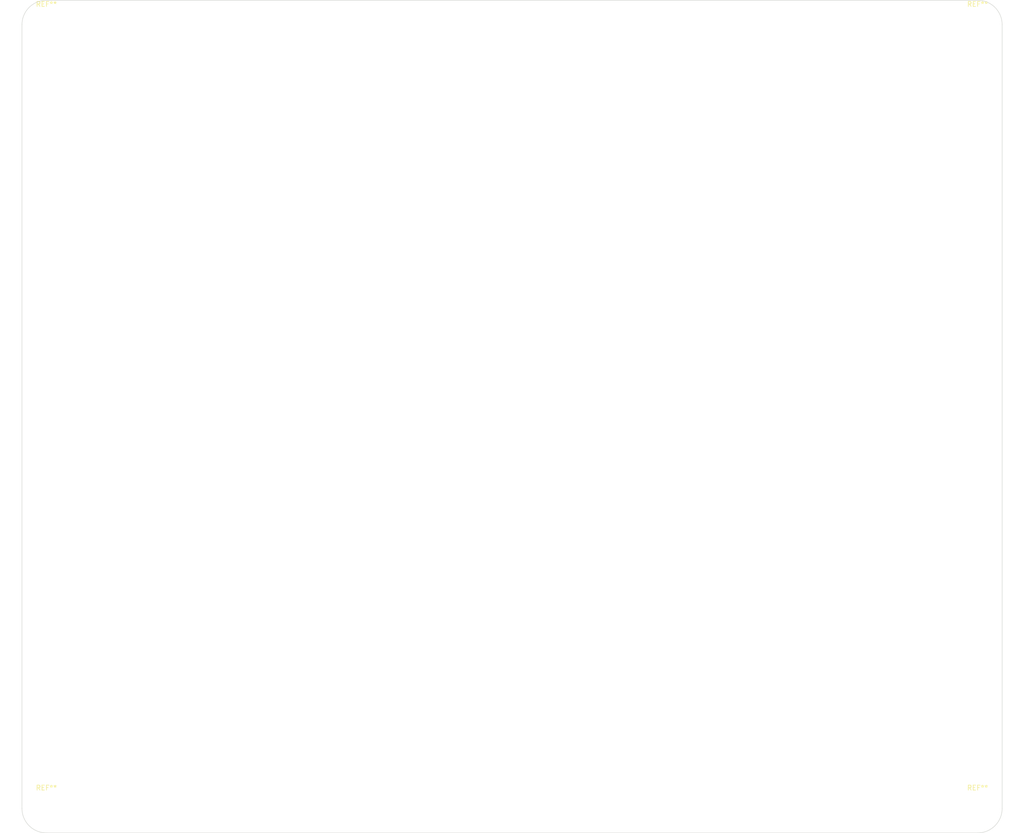
<source format=kicad_pcb>
(kicad_pcb (version 20171130) (host pcbnew 5.1.5+dfsg1-2build2)

  (general
    (thickness 1.6)
    (drawings 72)
    (tracks 0)
    (zones 0)
    (modules 22)
    (nets 1)
  )

  (page A3)
  (title_block
    (title "Democratic Sendcomm")
    (date 2020-12-26)
    (rev 0.9.2)
    (company "Europalab Devices")
    (comment 1 "Copyright © 2020, Europalab Devices")
    (comment 2 "Fulfilling requirements of 20200210")
    (comment 3 "Pending quality assurance testing")
    (comment 4 "Release revision for manufacturing")
  )

  (layers
    (0 F.Cu signal)
    (1 In1.Cu power)
    (2 In2.Cu power)
    (31 B.Cu signal)
    (34 B.Paste user)
    (35 F.Paste user)
    (36 B.SilkS user)
    (37 F.SilkS user)
    (38 B.Mask user)
    (39 F.Mask user)
    (40 Dwgs.User user)
    (41 Cmts.User user)
    (44 Edge.Cuts user)
    (45 Margin user)
    (46 B.CrtYd user)
    (47 F.CrtYd user)
    (48 B.Fab user)
    (49 F.Fab user)
  )

  (setup
    (last_trace_width 0.09)
    (user_trace_width 0.1016)
    (user_trace_width 0.127)
    (user_trace_width 0.2)
    (user_trace_width 0.1016)
    (user_trace_width 0.127)
    (user_trace_width 0.2)
    (user_trace_width 0.1016)
    (user_trace_width 0.127)
    (user_trace_width 0.2)
    (user_trace_width 0.1016)
    (user_trace_width 0.127)
    (user_trace_width 0.2)
    (user_trace_width 0.1016)
    (user_trace_width 0.127)
    (user_trace_width 0.2)
    (user_trace_width 0.1016)
    (user_trace_width 0.127)
    (user_trace_width 0.2)
    (user_trace_width 0.1016)
    (user_trace_width 0.127)
    (user_trace_width 0.2)
    (user_trace_width 0.1016)
    (user_trace_width 0.127)
    (user_trace_width 0.2)
    (user_trace_width 0.1016)
    (user_trace_width 0.127)
    (user_trace_width 0.2)
    (user_trace_width 0.1016)
    (user_trace_width 0.127)
    (user_trace_width 0.2)
    (user_trace_width 0.1016)
    (user_trace_width 0.127)
    (user_trace_width 0.2)
    (user_trace_width 0.1016)
    (user_trace_width 0.127)
    (user_trace_width 0.2)
    (user_trace_width 0.1016)
    (user_trace_width 0.127)
    (user_trace_width 0.2)
    (user_trace_width 0.1016)
    (user_trace_width 0.127)
    (user_trace_width 0.2)
    (user_trace_width 0.1016)
    (user_trace_width 0.127)
    (user_trace_width 0.2)
    (user_trace_width 0.1016)
    (user_trace_width 0.127)
    (user_trace_width 0.2)
    (user_trace_width 0.1016)
    (user_trace_width 0.127)
    (user_trace_width 0.2)
    (user_trace_width 0.1016)
    (user_trace_width 0.127)
    (user_trace_width 0.2)
    (user_trace_width 0.1016)
    (user_trace_width 0.127)
    (user_trace_width 0.2)
    (user_trace_width 0.1016)
    (user_trace_width 0.127)
    (user_trace_width 0.2)
    (user_trace_width 0.1016)
    (user_trace_width 0.127)
    (user_trace_width 0.2)
    (user_trace_width 0.1016)
    (user_trace_width 0.127)
    (user_trace_width 0.2)
    (user_trace_width 0.1016)
    (user_trace_width 0.127)
    (user_trace_width 0.2)
    (user_trace_width 0.1016)
    (user_trace_width 0.127)
    (user_trace_width 0.2)
    (user_trace_width 0.1016)
    (user_trace_width 0.127)
    (user_trace_width 0.2)
    (user_trace_width 0.1016)
    (user_trace_width 0.127)
    (user_trace_width 0.2)
    (trace_clearance 0.09)
    (zone_clearance 0.508)
    (zone_45_only no)
    (trace_min 0.09)
    (via_size 0.356)
    (via_drill 0.2)
    (via_min_size 0.356)
    (via_min_drill 0.2)
    (user_via 0.45 0.2)
    (user_via 0.6 0.3)
    (user_via 0.45 0.2)
    (user_via 0.6 0.3)
    (user_via 0.45 0.2)
    (user_via 0.6 0.3)
    (user_via 0.45 0.2)
    (user_via 0.6 0.3)
    (user_via 0.45 0.2)
    (user_via 0.6 0.3)
    (user_via 0.45 0.2)
    (user_via 0.6 0.3)
    (user_via 0.45 0.2)
    (user_via 0.6 0.3)
    (user_via 0.45 0.2)
    (user_via 0.6 0.3)
    (user_via 0.45 0.2)
    (user_via 0.6 0.3)
    (user_via 0.45 0.2)
    (user_via 0.6 0.3)
    (user_via 0.45 0.2)
    (user_via 0.6 0.3)
    (user_via 0.45 0.2)
    (user_via 0.6 0.3)
    (user_via 0.45 0.2)
    (user_via 0.6 0.3)
    (user_via 0.45 0.2)
    (user_via 0.6 0.3)
    (user_via 0.45 0.2)
    (user_via 0.6 0.3)
    (user_via 0.45 0.2)
    (user_via 0.6 0.3)
    (user_via 0.45 0.2)
    (user_via 0.6 0.3)
    (user_via 0.45 0.2)
    (user_via 0.6 0.3)
    (user_via 0.45 0.2)
    (user_via 0.6 0.3)
    (user_via 0.45 0.2)
    (user_via 0.6 0.3)
    (user_via 0.45 0.2)
    (user_via 0.6 0.3)
    (user_via 0.45 0.2)
    (user_via 0.6 0.3)
    (user_via 0.45 0.2)
    (user_via 0.6 0.3)
    (user_via 0.45 0.2)
    (user_via 0.6 0.3)
    (user_via 0.45 0.2)
    (user_via 0.6 0.3)
    (user_via 0.45 0.2)
    (user_via 0.6 0.3)
    (uvia_size 0.45)
    (uvia_drill 0.1)
    (uvias_allowed no)
    (uvia_min_size 0.45)
    (uvia_min_drill 0.1)
    (edge_width 0.1)
    (segment_width 0.1)
    (pcb_text_width 0.25)
    (pcb_text_size 1 1)
    (mod_edge_width 0.15)
    (mod_text_size 1 1)
    (mod_text_width 0.15)
    (pad_size 1.95 0.6)
    (pad_drill 0)
    (pad_to_mask_clearance 0)
    (aux_axis_origin 0 0)
    (visible_elements 7FFFF7FF)
    (pcbplotparams
      (layerselection 0x313fc_ffffffff)
      (usegerberextensions true)
      (usegerberattributes false)
      (usegerberadvancedattributes false)
      (creategerberjobfile false)
      (excludeedgelayer true)
      (linewidth 0.150000)
      (plotframeref false)
      (viasonmask false)
      (mode 1)
      (useauxorigin false)
      (hpglpennumber 1)
      (hpglpenspeed 20)
      (hpglpendiameter 15.000000)
      (psnegative false)
      (psa4output false)
      (plotreference true)
      (plotvalue true)
      (plotinvisibletext false)
      (padsonsilk false)
      (subtractmaskfromsilk false)
      (outputformat 1)
      (mirror false)
      (drillshape 0)
      (scaleselection 1)
      (outputdirectory "fabpanel"))
  )

  (net 0 "")

  (net_class Default "This is the default net class."
    (clearance 0.09)
    (trace_width 0.09)
    (via_dia 0.356)
    (via_drill 0.2)
    (uvia_dia 0.45)
    (uvia_drill 0.1)
  )

  (net_class Power ""
    (clearance 0.2)
    (trace_width 0.5)
    (via_dia 1)
    (via_drill 0.7)
    (uvia_dia 0.5)
    (uvia_drill 0.1)
  )

  (module MountingHole:MountingHole_3.2mm_M3 (layer F.Cu) (tedit 56D1B4CB) (tstamp 5FF2D58D)
    (at 295 55)
    (descr "Mounting Hole 3.2mm, no annular, M3")
    (tags "mounting hole 3.2mm no annular m3")
    (attr virtual)
    (fp_text reference REF** (at 0 -4.2) (layer F.SilkS)
      (effects (font (size 1 1) (thickness 0.15)))
    )
    (fp_text value MountingHole_3.2mm_M3 (at 0 4.2) (layer F.Fab)
      (effects (font (size 1 1) (thickness 0.15)))
    )
    (fp_circle (center 0 0) (end 3.45 0) (layer F.CrtYd) (width 0.05))
    (fp_circle (center 0 0) (end 3.2 0) (layer Cmts.User) (width 0.15))
    (fp_text user %R (at 0.3 0) (layer F.Fab)
      (effects (font (size 1 1) (thickness 0.15)))
    )
    (pad 1 np_thru_hole circle (at 0 0) (size 3.2 3.2) (drill 3.2) (layers *.Cu *.Mask))
  )

  (module MountingHole:MountingHole_3.2mm_M3 (layer F.Cu) (tedit 56D1B4CB) (tstamp 5FF2D577)
    (at 295 215)
    (descr "Mounting Hole 3.2mm, no annular, M3")
    (tags "mounting hole 3.2mm no annular m3")
    (attr virtual)
    (fp_text reference REF** (at 0 -4.2) (layer F.SilkS)
      (effects (font (size 1 1) (thickness 0.15)))
    )
    (fp_text value MountingHole_3.2mm_M3 (at 0 4.2) (layer F.Fab)
      (effects (font (size 1 1) (thickness 0.15)))
    )
    (fp_circle (center 0 0) (end 3.45 0) (layer F.CrtYd) (width 0.05))
    (fp_circle (center 0 0) (end 3.2 0) (layer Cmts.User) (width 0.15))
    (fp_text user %R (at 0.3 0) (layer F.Fab)
      (effects (font (size 1 1) (thickness 0.15)))
    )
    (pad 1 np_thru_hole circle (at 0 0) (size 3.2 3.2) (drill 3.2) (layers *.Cu *.Mask))
  )

  (module MountingHole:MountingHole_3.2mm_M3 (layer F.Cu) (tedit 56D1B4CB) (tstamp 5FF2D561)
    (at 105 215)
    (descr "Mounting Hole 3.2mm, no annular, M3")
    (tags "mounting hole 3.2mm no annular m3")
    (attr virtual)
    (fp_text reference REF** (at 0 -4.2) (layer F.SilkS)
      (effects (font (size 1 1) (thickness 0.15)))
    )
    (fp_text value MountingHole_3.2mm_M3 (at 0 4.2) (layer F.Fab)
      (effects (font (size 1 1) (thickness 0.15)))
    )
    (fp_circle (center 0 0) (end 3.45 0) (layer F.CrtYd) (width 0.05))
    (fp_circle (center 0 0) (end 3.2 0) (layer Cmts.User) (width 0.15))
    (fp_text user %R (at 0.3 0) (layer F.Fab)
      (effects (font (size 1 1) (thickness 0.15)))
    )
    (pad 1 np_thru_hole circle (at 0 0) (size 3.2 3.2) (drill 3.2) (layers *.Cu *.Mask))
  )

  (module MountingHole:MountingHole_3.2mm_M3 (layer F.Cu) (tedit 56D1B4CB) (tstamp 5FF2D54B)
    (at 105 55)
    (descr "Mounting Hole 3.2mm, no annular, M3")
    (tags "mounting hole 3.2mm no annular m3")
    (attr virtual)
    (fp_text reference REF** (at 0 -4.2) (layer F.SilkS)
      (effects (font (size 1 1) (thickness 0.15)))
    )
    (fp_text value MountingHole_3.2mm_M3 (at 0 4.2) (layer F.Fab)
      (effects (font (size 1 1) (thickness 0.15)))
    )
    (fp_circle (center 0 0) (end 3.45 0) (layer F.CrtYd) (width 0.05))
    (fp_circle (center 0 0) (end 3.2 0) (layer Cmts.User) (width 0.15))
    (fp_text user %R (at 0.3 0) (layer F.Fab)
      (effects (font (size 1 1) (thickness 0.15)))
    )
    (pad 1 np_thru_hole circle (at 0 0) (size 3.2 3.2) (drill 3.2) (layers *.Cu *.Mask))
  )

  (module Elabdev:MountingHole_1.1mm (layer F.Cu) (tedit 5B924765) (tstamp 5FBCCC1A)
    (at 262 140.5)
    (descr "Mounting Hole 1.1mm, no annular")
    (tags "mounting hole 1.1mm no annular")
    (attr virtual)
    (fp_text reference REF** (at 0 -3.2) (layer F.SilkS) hide
      (effects (font (size 1 1) (thickness 0.15)))
    )
    (fp_text value MountingHole_1.1mm (at 0 3.2) (layer F.Fab)
      (effects (font (size 1 1) (thickness 0.15)))
    )
    (fp_text user %R (at 0.3 0) (layer F.Fab)
      (effects (font (size 1 1) (thickness 0.15)))
    )
    (fp_circle (center 0 0) (end 1.1 0) (layer Cmts.User) (width 0.15))
    (fp_circle (center 0 0) (end 1.35 0) (layer F.CrtYd) (width 0.05))
    (pad "" np_thru_hole circle (at 0 0) (size 1.1 1.1) (drill 1.1) (layers *.Cu *.Mask))
  )

  (module Elabdev:MountingHole_1.1mm (layer F.Cu) (tedit 5B924765) (tstamp 5FBCCBFC)
    (at 138 129.5)
    (descr "Mounting Hole 1.1mm, no annular")
    (tags "mounting hole 1.1mm no annular")
    (attr virtual)
    (fp_text reference REF** (at 0 -3.2) (layer F.SilkS) hide
      (effects (font (size 1 1) (thickness 0.15)))
    )
    (fp_text value MountingHole_1.1mm (at 0 3.2) (layer F.Fab)
      (effects (font (size 1 1) (thickness 0.15)))
    )
    (fp_text user %R (at 0.3 0) (layer F.Fab)
      (effects (font (size 1 1) (thickness 0.15)))
    )
    (fp_circle (center 0 0) (end 1.1 0) (layer Cmts.User) (width 0.15))
    (fp_circle (center 0 0) (end 1.35 0) (layer F.CrtYd) (width 0.05))
    (pad "" np_thru_hole circle (at 0 0) (size 1.1 1.1) (drill 1.1) (layers *.Cu *.Mask))
  )

  (module Elabdev:MountingHole_1.6mm (layer F.Cu) (tedit 5B924765) (tstamp 5FBCCBDE)
    (at 262 187)
    (descr "Mounting Hole 1.6mm, no annular")
    (tags "mounting hole 1.6mm no annular")
    (attr virtual)
    (fp_text reference REF** (at 0 -3.2) (layer F.SilkS) hide
      (effects (font (size 1 1) (thickness 0.15)))
    )
    (fp_text value MountingHole_1.6mm (at 0 3.2) (layer F.Fab)
      (effects (font (size 1 1) (thickness 0.15)))
    )
    (fp_text user %R (at 0.3 0) (layer F.Fab)
      (effects (font (size 1 1) (thickness 0.15)))
    )
    (fp_circle (center 0 0) (end 1.6 0) (layer Cmts.User) (width 0.15))
    (fp_circle (center 0 0) (end 1.85 0) (layer F.CrtYd) (width 0.05))
    (pad "" np_thru_hole circle (at 0 0) (size 1.6 1.6) (drill 1.6) (layers *.Cu *.Mask))
  )

  (module Elabdev:MountingHole_1.6mm (layer F.Cu) (tedit 5B924765) (tstamp 5FBCCBC8)
    (at 262 125.5)
    (descr "Mounting Hole 1.6mm, no annular")
    (tags "mounting hole 1.6mm no annular")
    (attr virtual)
    (fp_text reference REF** (at 0 -3.2) (layer F.SilkS) hide
      (effects (font (size 1 1) (thickness 0.15)))
    )
    (fp_text value MountingHole_1.6mm (at 0 3.2) (layer F.Fab)
      (effects (font (size 1 1) (thickness 0.15)))
    )
    (fp_text user %R (at 0.3 0) (layer F.Fab)
      (effects (font (size 1 1) (thickness 0.15)))
    )
    (fp_circle (center 0 0) (end 1.6 0) (layer Cmts.User) (width 0.15))
    (fp_circle (center 0 0) (end 1.85 0) (layer F.CrtYd) (width 0.05))
    (pad "" np_thru_hole circle (at 0 0) (size 1.6 1.6) (drill 1.6) (layers *.Cu *.Mask))
  )

  (module Elabdev:MountingHole_1.6mm (layer F.Cu) (tedit 5B924765) (tstamp 5FBCBB7E)
    (at 138 187)
    (descr "Mounting Hole 1.6mm, no annular")
    (tags "mounting hole 1.6mm no annular")
    (attr virtual)
    (fp_text reference REF** (at 0 -3.2) (layer F.SilkS) hide
      (effects (font (size 1 1) (thickness 0.15)))
    )
    (fp_text value MountingHole_1.6mm (at 0 3.2) (layer F.Fab)
      (effects (font (size 1 1) (thickness 0.15)))
    )
    (fp_circle (center 0 0) (end 1.85 0) (layer F.CrtYd) (width 0.05))
    (fp_circle (center 0 0) (end 1.6 0) (layer Cmts.User) (width 0.15))
    (fp_text user %R (at 0.3 0) (layer F.Fab)
      (effects (font (size 1 1) (thickness 0.15)))
    )
    (pad "" np_thru_hole circle (at 0 0) (size 1.6 1.6) (drill 1.6) (layers *.Cu *.Mask))
  )

  (module Elabdev:MountingHole_1.6mm (layer F.Cu) (tedit 5B924765) (tstamp 5FBCBB70)
    (at 138 144.5)
    (descr "Mounting Hole 1.6mm, no annular")
    (tags "mounting hole 1.6mm no annular")
    (attr virtual)
    (fp_text reference REF** (at 0 -3.2) (layer F.SilkS) hide
      (effects (font (size 1 1) (thickness 0.15)))
    )
    (fp_text value MountingHole_1.6mm (at 0 3.2) (layer F.Fab)
      (effects (font (size 1 1) (thickness 0.15)))
    )
    (fp_text user %R (at 0.3 0) (layer F.Fab)
      (effects (font (size 1 1) (thickness 0.15)))
    )
    (fp_circle (center 0 0) (end 1.6 0) (layer Cmts.User) (width 0.15))
    (fp_circle (center 0 0) (end 1.85 0) (layer F.CrtYd) (width 0.05))
    (pad "" np_thru_hole circle (at 0 0) (size 1.6 1.6) (drill 1.6) (layers *.Cu *.Mask))
  )

  (module Elabdev:MountingHole_1.6mm (layer F.Cu) (tedit 5B924765) (tstamp 5FBCBB5A)
    (at 262 83)
    (descr "Mounting Hole 1.6mm, no annular")
    (tags "mounting hole 1.6mm no annular")
    (attr virtual)
    (fp_text reference REF** (at 0 -3.2) (layer F.SilkS) hide
      (effects (font (size 1 1) (thickness 0.15)))
    )
    (fp_text value MountingHole_1.6mm (at 0 3.2) (layer F.Fab)
      (effects (font (size 1 1) (thickness 0.15)))
    )
    (fp_text user %R (at 0.3 0) (layer F.Fab)
      (effects (font (size 1 1) (thickness 0.15)))
    )
    (fp_circle (center 0 0) (end 1.6 0) (layer Cmts.User) (width 0.15))
    (fp_circle (center 0 0) (end 1.85 0) (layer F.CrtYd) (width 0.05))
    (pad "" np_thru_hole circle (at 0 0) (size 1.6 1.6) (drill 1.6) (layers *.Cu *.Mask))
  )

  (module Elabdev:MountingHole_1.1mm (layer F.Cu) (tedit 5B924765) (tstamp 5FBCBB0E)
    (at 262 79)
    (descr "Mounting Hole 1.1mm, no annular")
    (tags "mounting hole 1.1mm no annular")
    (attr virtual)
    (fp_text reference REF** (at 0 -3.2) (layer F.SilkS) hide
      (effects (font (size 1 1) (thickness 0.15)))
    )
    (fp_text value MountingHole_1.1mm (at 0 3.2) (layer F.Fab)
      (effects (font (size 1 1) (thickness 0.15)))
    )
    (fp_circle (center 0 0) (end 1.35 0) (layer F.CrtYd) (width 0.05))
    (fp_circle (center 0 0) (end 1.1 0) (layer Cmts.User) (width 0.15))
    (fp_text user %R (at 0.3 0) (layer F.Fab)
      (effects (font (size 1 1) (thickness 0.15)))
    )
    (pad "" np_thru_hole circle (at 0 0) (size 1.1 1.1) (drill 1.1) (layers *.Cu *.Mask))
  )

  (module Elabdev:MountingHole_1.1mm (layer F.Cu) (tedit 5B924765) (tstamp 5FBCBAE8)
    (at 262 191)
    (descr "Mounting Hole 1.1mm, no annular")
    (tags "mounting hole 1.1mm no annular")
    (attr virtual)
    (fp_text reference REF** (at 0 -3.2) (layer F.SilkS) hide
      (effects (font (size 1 1) (thickness 0.15)))
    )
    (fp_text value MountingHole_1.1mm (at 0 3.2) (layer F.Fab)
      (effects (font (size 1 1) (thickness 0.15)))
    )
    (fp_text user %R (at 0.3 0) (layer F.Fab)
      (effects (font (size 1 1) (thickness 0.15)))
    )
    (fp_circle (center 0 0) (end 1.1 0) (layer Cmts.User) (width 0.15))
    (fp_circle (center 0 0) (end 1.35 0) (layer F.CrtYd) (width 0.05))
    (pad "" np_thru_hole circle (at 0 0) (size 1.1 1.1) (drill 1.1) (layers *.Cu *.Mask))
  )

  (module Elabdev:MountingHole_1.1mm (layer F.Cu) (tedit 5B924765) (tstamp 5FBCBABE)
    (at 138 191)
    (descr "Mounting Hole 1.1mm, no annular")
    (tags "mounting hole 1.1mm no annular")
    (attr virtual)
    (fp_text reference REF** (at 0 -3.2) (layer F.SilkS) hide
      (effects (font (size 1 1) (thickness 0.15)))
    )
    (fp_text value MountingHole_1.1mm (at 0 3.2) (layer F.Fab)
      (effects (font (size 1 1) (thickness 0.15)))
    )
    (fp_text user %R (at 0.3 0) (layer F.Fab)
      (effects (font (size 1 1) (thickness 0.15)))
    )
    (fp_circle (center 0 0) (end 1.1 0) (layer Cmts.User) (width 0.15))
    (fp_circle (center 0 0) (end 1.35 0) (layer F.CrtYd) (width 0.05))
    (pad "" np_thru_hole circle (at 0 0) (size 1.1 1.1) (drill 1.1) (layers *.Cu *.Mask))
  )

  (module Elabdev:MountingHole_1.6mm (layer F.Cu) (tedit 5B924765) (tstamp 5FBCBA53)
    (at 138 83)
    (descr "Mounting Hole 1.6mm, no annular")
    (tags "mounting hole 1.6mm no annular")
    (attr virtual)
    (fp_text reference REF** (at 0 -3.2) (layer F.SilkS) hide
      (effects (font (size 1 1) (thickness 0.15)))
    )
    (fp_text value MountingHole_1.6mm (at 0 3.2) (layer F.Fab)
      (effects (font (size 1 1) (thickness 0.15)))
    )
    (fp_circle (center 0 0) (end 1.85 0) (layer F.CrtYd) (width 0.05))
    (fp_circle (center 0 0) (end 1.6 0) (layer Cmts.User) (width 0.15))
    (fp_text user %R (at 0.3 0) (layer F.Fab)
      (effects (font (size 1 1) (thickness 0.15)))
    )
    (pad "" np_thru_hole circle (at 0 0) (size 1.6 1.6) (drill 1.6) (layers *.Cu *.Mask))
  )

  (module Elabdev:MountingHole_1.1mm (layer F.Cu) (tedit 5B924765) (tstamp 5FE8F1F7)
    (at 138 79)
    (descr "Mounting Hole 1.1mm, no annular")
    (tags "mounting hole 1.1mm no annular")
    (attr virtual)
    (fp_text reference REF** (at 0 -3.2) (layer F.SilkS) hide
      (effects (font (size 1 1) (thickness 0.15)))
    )
    (fp_text value MountingHole_1.1mm (at 0 3.2) (layer F.Fab)
      (effects (font (size 1 1) (thickness 0.15)))
    )
    (fp_circle (center 0 0) (end 1.35 0) (layer F.CrtYd) (width 0.05))
    (fp_circle (center 0 0) (end 1.1 0) (layer Cmts.User) (width 0.15))
    (fp_text user %R (at 0.3 0) (layer F.Fab)
      (effects (font (size 1 1) (thickness 0.15)))
    )
    (pad "" np_thru_hole circle (at 0 0) (size 1.1 1.1) (drill 1.1) (layers *.Cu *.Mask))
  )

  (module Mounting_Holes:MountingHole_2.5mm (layer F.Cu) (tedit 5D1E62F3) (tstamp 5FBB8A27)
    (at 138 75)
    (descr "Mounting Hole 2.5mm, no annular")
    (tags "mounting hole 2.5mm no annular")
    (fp_text reference SH1 (at 0 -3.5) (layer F.SilkS) hide
      (effects (font (size 1 1) (thickness 0.15)))
    )
    (fp_text value MountingHole_2.5mm (at 0 3.5) (layer F.Fab)
      (effects (font (size 1 1) (thickness 0.15)))
    )
    (fp_circle (center 0 0) (end 2.5 0) (layer Cmts.User) (width 0.15))
    (fp_circle (center 0 0) (end 2.75 0) (layer F.CrtYd) (width 0.05))
    (pad "" np_thru_hole circle (at 0 0) (size 2.55 2.55) (drill 2.55) (layers *.Cu *.Paste *.Mask))
  )

  (module Mounting_Holes:MountingHole_2.5mm (layer F.Cu) (tedit 5D1E6313) (tstamp 5FBB8A21)
    (at 138 195)
    (descr "Mounting Hole 2.5mm, no annular")
    (tags "mounting hole 2.5mm no annular")
    (fp_text reference SH2 (at 0 -3.5) (layer F.SilkS) hide
      (effects (font (size 1 1) (thickness 0.15)))
    )
    (fp_text value MountingHole_2.5mm (at 0 3.5) (layer F.Fab)
      (effects (font (size 1 1) (thickness 0.15)))
    )
    (fp_circle (center 0 0) (end 2.75 0) (layer F.CrtYd) (width 0.05))
    (fp_circle (center 0 0) (end 2.5 0) (layer Cmts.User) (width 0.15))
    (pad "" np_thru_hole circle (at 0 0) (size 2.55 2.55) (drill 2.55) (layers *.Cu *.Paste *.Mask))
  )

  (module Mounting_Holes:MountingHole_2.5mm (layer F.Cu) (tedit 5D1E630C) (tstamp 5FBB8A1B)
    (at 138 140)
    (descr "Mounting Hole 2.5mm, no annular")
    (tags "mounting hole 2.5mm no annular")
    (fp_text reference SH5 (at 0 -3.5) (layer F.SilkS) hide
      (effects (font (size 1 1) (thickness 0.15)))
    )
    (fp_text value MountingHole_2.5mm (at 0 3.5) (layer F.Fab)
      (effects (font (size 1 1) (thickness 0.15)))
    )
    (fp_circle (center 0 0) (end 2.75 0) (layer F.CrtYd) (width 0.05))
    (fp_circle (center 0 0) (end 2.5 0) (layer Cmts.User) (width 0.15))
    (pad "" np_thru_hole circle (at 0 0) (size 2.55 2.55) (drill 2.55) (layers *.Cu *.Paste *.Mask))
  )

  (module Mounting_Holes:MountingHole_2.5mm (layer F.Cu) (tedit 5D1E631D) (tstamp 5FBB8A15)
    (at 262 195)
    (descr "Mounting Hole 2.5mm, no annular")
    (tags "mounting hole 2.5mm no annular")
    (fp_text reference SH4 (at 0 -3.5) (layer F.SilkS) hide
      (effects (font (size 1 1) (thickness 0.15)))
    )
    (fp_text value MountingHole_2.5mm (at 0 3.5) (layer F.Fab)
      (effects (font (size 1 1) (thickness 0.15)))
    )
    (fp_circle (center 0 0) (end 2.75 0) (layer F.CrtYd) (width 0.05))
    (fp_circle (center 0 0) (end 2.5 0) (layer Cmts.User) (width 0.15))
    (pad "" np_thru_hole circle (at 0 0) (size 2.55 2.55) (drill 2.55) (layers *.Cu *.Paste *.Mask))
  )

  (module Mounting_Holes:MountingHole_2.5mm (layer F.Cu) (tedit 5D1E632E) (tstamp 5FBB8A0F)
    (at 262 75)
    (descr "Mounting Hole 2.5mm, no annular")
    (tags "mounting hole 2.5mm no annular")
    (fp_text reference SH3 (at 0 -3.5) (layer F.SilkS) hide
      (effects (font (size 1 1) (thickness 0.15)))
    )
    (fp_text value MountingHole_2.5mm (at 0 3.5) (layer F.Fab)
      (effects (font (size 1 1) (thickness 0.15)))
    )
    (fp_circle (center 0 0) (end 2.5 0) (layer Cmts.User) (width 0.15))
    (fp_circle (center 0 0) (end 2.75 0) (layer F.CrtYd) (width 0.05))
    (pad "" np_thru_hole circle (at 0 0) (size 2.55 2.55) (drill 2.55) (layers *.Cu *.Paste *.Mask))
  )

  (module Mounting_Holes:MountingHole_2.5mm (layer F.Cu) (tedit 5D1E6326) (tstamp 5FBB8A09)
    (at 262 130)
    (descr "Mounting Hole 2.5mm, no annular")
    (tags "mounting hole 2.5mm no annular")
    (fp_text reference SH6 (at 0 -3.5) (layer F.SilkS) hide
      (effects (font (size 1 1) (thickness 0.15)))
    )
    (fp_text value MountingHole_2.5mm (at 0 3.5) (layer F.Fab)
      (effects (font (size 1 1) (thickness 0.15)))
    )
    (fp_circle (center 0 0) (end 2.5 0) (layer Cmts.User) (width 0.15))
    (fp_circle (center 0 0) (end 2.75 0) (layer F.CrtYd) (width 0.05))
    (pad "" np_thru_hole circle (at 0 0) (size 2.55 2.55) (drill 2.55) (layers *.Cu *.Paste *.Mask))
  )

  (gr_arc (start 295 55) (end 300 55) (angle -90) (layer Edge.Cuts) (width 0.1) (tstamp 5FF2D5A1))
  (gr_arc (start 295 215) (end 295 220) (angle -90) (layer Edge.Cuts) (width 0.1) (tstamp 5FF2D59F))
  (gr_arc (start 105 215) (end 100 215) (angle -90) (layer Edge.Cuts) (width 0.1) (tstamp 5FF2D59D))
  (gr_arc (start 105 55) (end 105 50) (angle -90) (layer Edge.Cuts) (width 0.1))
  (gr_line (start 295 50) (end 105 50) (layer Edge.Cuts) (width 0.1) (tstamp 5FF28184))
  (gr_line (start 300 215) (end 300 55) (layer Edge.Cuts) (width 0.1))
  (gr_line (start 105 220) (end 295 220) (layer Edge.Cuts) (width 0.1))
  (gr_line (start 100 55) (end 100 215) (layer Edge.Cuts) (width 0.1))
  (gr_line (start 239.71599 132.875) (end 239.71599 135.125) (layer Dwgs.User) (width 0.05) (tstamp 5FE8BDEE))
  (gr_line (start 243.78401 135.125) (end 243.78401 132.875) (layer Dwgs.User) (width 0.05) (tstamp 5FE8BDED))
  (gr_arc (start 238.125 132.875) (end 239.25 131.75) (angle 45) (layer Dwgs.User) (width 0.05) (tstamp 5FE8BDEC))
  (gr_arc (start 238.125 135.125) (end 239.25 136.25) (angle -45) (layer Dwgs.User) (width 0.05) (tstamp 5FE8BDEB))
  (gr_arc (start 245.375 132.875) (end 244.25 131.75) (angle -45) (layer Dwgs.User) (width 0.05) (tstamp 5FE8BDEA))
  (gr_arc (start 245.375 135.125) (end 244.25 136.25) (angle 45) (layer Dwgs.User) (width 0.05) (tstamp 5FE8BDE9))
  (gr_arc (start 213.125 132.875) (end 214.25 131.75) (angle 45) (layer Dwgs.User) (width 0.05) (tstamp 5FE8BDE2))
  (gr_line (start 214.71599 132.875) (end 214.71599 135.125) (layer Dwgs.User) (width 0.05) (tstamp 5FE8BDE1))
  (gr_arc (start 213.125 135.125) (end 214.25 136.25) (angle -45) (layer Dwgs.User) (width 0.05) (tstamp 5FE8BDE0))
  (gr_arc (start 220.375 135.125) (end 219.25 136.25) (angle 45) (layer Dwgs.User) (width 0.05) (tstamp 5FE8BDDF))
  (gr_line (start 218.78401 135.125) (end 218.78401 132.875) (layer Dwgs.User) (width 0.05) (tstamp 5FE8BDDE))
  (gr_arc (start 220.375 132.875) (end 219.25 131.75) (angle -45) (layer Dwgs.User) (width 0.05) (tstamp 5FE8BDDD))
  (gr_arc (start 179.625 135.125) (end 180.75 136.25) (angle -45) (layer Dwgs.User) (width 0.05) (tstamp 5FE8BDD6))
  (gr_line (start 181.21599 132.875) (end 181.21599 135.125) (layer Dwgs.User) (width 0.05) (tstamp 5FE8BDD5))
  (gr_arc (start 179.625 132.875) (end 180.75 131.75) (angle 45) (layer Dwgs.User) (width 0.05) (tstamp 5FE8BDD4))
  (gr_line (start 185.28401 135.125) (end 185.28401 132.875) (layer Dwgs.User) (width 0.05) (tstamp 5FE8BDD3))
  (gr_arc (start 186.875 132.875) (end 185.75 131.75) (angle -45) (layer Dwgs.User) (width 0.05) (tstamp 5FE8BDD2))
  (gr_arc (start 186.875 135.125) (end 185.75 136.25) (angle 45) (layer Dwgs.User) (width 0.05) (tstamp 5FE8BDD1))
  (gr_arc (start 161.875 132.875) (end 160.75 131.75) (angle -45) (layer Dwgs.User) (width 0.05) (tstamp 5FE8BDB1))
  (gr_line (start 160.28401 135.125) (end 160.28401 132.875) (layer Dwgs.User) (width 0.05) (tstamp 5FE8BDB0))
  (gr_arc (start 161.875 135.125) (end 160.75 136.25) (angle 45) (layer Dwgs.User) (width 0.05) (tstamp 5FE8BDAF))
  (gr_line (start 156.21599 132.875) (end 156.21599 135.125) (layer Dwgs.User) (width 0.05) (tstamp 5FE8BD9F))
  (gr_arc (start 154.625 135.125) (end 155.75 136.25) (angle -45) (layer Dwgs.User) (width 0.05) (tstamp 5FE8BD86))
  (gr_arc (start 200 185.5) (end 201.25 184.25) (angle -90) (layer Dwgs.User) (width 0.05) (tstamp 5FE8BD55))
  (gr_arc (start 200 178) (end 198.75 179.25) (angle -90) (layer Dwgs.User) (width 0.05) (tstamp 5FE8BD54))
  (gr_arc (start 200 152) (end 198.75 153.25) (angle -90) (layer Dwgs.User) (width 0.05) (tstamp 5FE8BD51))
  (gr_arc (start 200 159.5) (end 201.25 158.25) (angle -90) (layer Dwgs.User) (width 0.05) (tstamp 5FE8BD50))
  (gr_arc (start 200 118) (end 201.25 116.75) (angle -90) (layer Dwgs.User) (width 0.05) (tstamp 5FE8BD4D))
  (gr_arc (start 200 110.5) (end 198.75 111.75) (angle -90) (layer Dwgs.User) (width 0.05) (tstamp 5FE8BD4C))
  (gr_arc (start 200 92) (end 201.25 90.75) (angle -90) (layer Dwgs.User) (width 0.05) (tstamp 5FE8BD47))
  (gr_arc (start 200 84.5) (end 198.75 85.75) (angle -90) (layer Dwgs.User) (width 0.05))
  (gr_arc (start 154.625 132.875) (end 155.75 131.75) (angle 45) (layer Dwgs.User) (width 0.05))
  (gr_line (start 135.5 201.25) (end 140.5 201.25) (angle 90) (layer Dwgs.User) (width 0.05) (tstamp 5FE8B5CA))
  (gr_line (start 259.5 68.75) (end 264.5 68.75) (angle 90) (layer Dwgs.User) (width 0.05) (tstamp 5FE8B3C6))
  (gr_line (start 259.5 116.75) (end 259.5 153.25) (layer Dwgs.User) (width 0.05) (tstamp 5FBD89C1))
  (gr_line (start 259.5 90.75) (end 259.5 111.75) (layer Dwgs.User) (width 0.05) (tstamp 5FBD89BE))
  (gr_line (start 259.5 68.75) (end 259.5 85.75) (layer Dwgs.User) (width 0.05) (tstamp 5FBD89BB))
  (gr_arc (start 258.375 117.875) (end 257.25 116.75) (angle 90) (layer Dwgs.User) (width 0.05) (tstamp 5FBD2041))
  (gr_arc (start 258.375 110.625) (end 259.5 111.75) (angle 90) (layer Dwgs.User) (width 0.05) (tstamp 5FBD203E))
  (gr_arc (start 258.375 91.875) (end 257.25 90.75) (angle 90) (layer Dwgs.User) (width 0.05) (tstamp 5FBD203B))
  (gr_arc (start 258.375 84.625) (end 259.5 85.75) (angle 90) (layer Dwgs.User) (width 0.05) (tstamp 5FBD2038))
  (gr_line (start 135.5 68.75) (end 140.5 68.75) (angle 90) (layer Dwgs.User) (width 0.05) (tstamp 5FBB8A5A))
  (gr_line (start 264.5 201.25) (end 264.5 68.75) (angle 90) (layer Dwgs.User) (width 0.05) (tstamp 5FBB8A52))
  (gr_line (start 259.5 201.25) (end 264.5 201.25) (angle 90) (layer Dwgs.User) (width 0.05) (tstamp 5FBB8A42))
  (gr_line (start 135.5 201.25) (end 135.5 68.75) (angle 90) (layer Dwgs.User) (width 0.05) (tstamp 5FBB8A41))
  (gr_line (start 140.5 90.75) (end 140.5 111.75) (layer Dwgs.User) (width 0.05) (tstamp 5FBC1D1C))
  (gr_arc (start 141.625 117.875) (end 140.5 116.75) (angle 90) (layer Dwgs.User) (width 0.05) (tstamp 5FBC21CC))
  (gr_arc (start 141.625 91.875) (end 140.5 90.75) (angle 90) (layer Dwgs.User) (width 0.05) (tstamp 5FBC2187))
  (gr_arc (start 141.625 84.625) (end 142.75 85.75) (angle 90) (layer Dwgs.User) (width 0.05) (tstamp 5FBC21AE))
  (gr_arc (start 141.625 110.625) (end 142.75 111.75) (angle 90) (layer Dwgs.User) (width 0.05) (tstamp 5FBC22E9))
  (gr_line (start 140.5 68.75) (end 140.5 85.75) (layer Dwgs.User) (width 0.05) (tstamp 5FBC215A))
  (gr_line (start 140.5 116.75) (end 140.5 153.25) (layer Dwgs.User) (width 0.05) (tstamp 5FBC2265))
  (gr_line (start 140.5 158.25) (end 140.5 179.25) (layer Dwgs.User) (width 0.05) (tstamp 5F680E75))
  (gr_arc (start 141.625 185.375) (end 140.5 184.25) (angle 90) (layer Dwgs.User) (width 0.05) (tstamp 5F4C102C))
  (gr_arc (start 141.625 159.375) (end 140.5 158.25) (angle 90) (layer Dwgs.User) (width 0.05) (tstamp 5F4C1046))
  (gr_arc (start 141.625 152.125) (end 142.75 153.25) (angle 90) (layer Dwgs.User) (width 0.05) (tstamp 5F4C1045))
  (gr_arc (start 141.625 178.125) (end 142.75 179.25) (angle 90) (layer Dwgs.User) (width 0.05) (tstamp 5F4C102F))
  (gr_line (start 140.5 184.25) (end 140.5 201.25) (layer Dwgs.User) (width 0.05) (tstamp 5F4C1F00))
  (gr_line (start 259.5 201.25) (end 259.5 184.25) (layer Dwgs.User) (width 0.05) (tstamp 5F680CE7))
  (gr_line (start 259.5 179.25) (end 259.5 158.25) (layer Dwgs.User) (width 0.05) (tstamp 5F4C201B))
  (gr_arc (start 258.375 159.375) (end 257.25 158.25) (angle 90) (layer Dwgs.User) (width 0.05) (tstamp 5F4C1099))
  (gr_arc (start 258.375 152.125) (end 259.5 153.25) (angle 90) (layer Dwgs.User) (width 0.05) (tstamp 5F4C1089))
  (gr_arc (start 258.375 185.375) (end 257.25 184.25) (angle 90) (layer Dwgs.User) (width 0.05) (tstamp 5F4C1077))
  (gr_arc (start 258.375 178.125) (end 259.5 179.25) (angle 90) (layer Dwgs.User) (width 0.05) (tstamp 5F4C1076))

)

</source>
